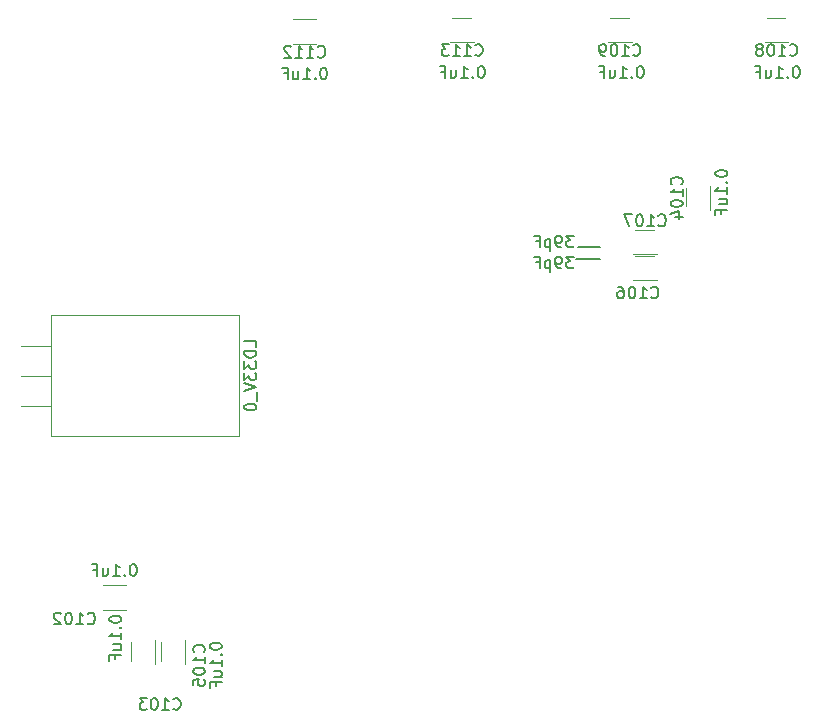
<source format=gbr>
G04 #@! TF.GenerationSoftware,KiCad,Pcbnew,(5.0.0)*
G04 #@! TF.CreationDate,2018-07-30T01:13:16-07:00*
G04 #@! TF.ProjectId,LPC1114_LED_Cube,4C5043313131345F4C45445F43756265,rev?*
G04 #@! TF.SameCoordinates,Original*
G04 #@! TF.FileFunction,Legend,Bot*
G04 #@! TF.FilePolarity,Positive*
%FSLAX46Y46*%
G04 Gerber Fmt 4.6, Leading zero omitted, Abs format (unit mm)*
G04 Created by KiCad (PCBNEW (5.0.0)) date 07/30/18 01:13:16*
%MOMM*%
%LPD*%
G01*
G04 APERTURE LIST*
%ADD10C,0.200000*%
%ADD11C,0.120000*%
%ADD12C,0.150000*%
%ADD13O,2.100000X2.100000*%
%ADD14R,2.100000X2.100000*%
%ADD15C,2.100000*%
%ADD16R,2.000000X2.000000*%
%ADD17C,2.000000*%
%ADD18R,2.400000X2.000000*%
%ADD19R,2.000000X2.400000*%
%ADD20O,3.900000X3.900000*%
%ADD21R,2.200000X2.200000*%
%ADD22O,2.200000X2.200000*%
%ADD23R,3.900000X3.900000*%
%ADD24R,1.400000X1.400000*%
%ADD25O,1.400000X1.400000*%
%ADD26C,1.920000*%
%ADD27C,3.100000*%
%ADD28C,1.900000*%
%ADD29C,1.797000*%
%ADD30O,2.000000X2.000000*%
G04 APERTURE END LIST*
D10*
X152273000Y-105029000D02*
X154305000Y-105029000D01*
X152400000Y-104013000D02*
X154305000Y-104013000D01*
X164044380Y-97798142D02*
X164044380Y-97893380D01*
X164092000Y-97988619D01*
X164139619Y-98036238D01*
X164234857Y-98083857D01*
X164425333Y-98131476D01*
X164663428Y-98131476D01*
X164853904Y-98083857D01*
X164949142Y-98036238D01*
X164996761Y-97988619D01*
X165044380Y-97893380D01*
X165044380Y-97798142D01*
X164996761Y-97702904D01*
X164949142Y-97655285D01*
X164853904Y-97607666D01*
X164663428Y-97560047D01*
X164425333Y-97560047D01*
X164234857Y-97607666D01*
X164139619Y-97655285D01*
X164092000Y-97702904D01*
X164044380Y-97798142D01*
X164949142Y-98560047D02*
X164996761Y-98607666D01*
X165044380Y-98560047D01*
X164996761Y-98512428D01*
X164949142Y-98560047D01*
X165044380Y-98560047D01*
X165044380Y-99560047D02*
X165044380Y-98988619D01*
X165044380Y-99274333D02*
X164044380Y-99274333D01*
X164187238Y-99179095D01*
X164282476Y-99083857D01*
X164330095Y-98988619D01*
X164377714Y-100417190D02*
X165044380Y-100417190D01*
X164377714Y-99988619D02*
X164901523Y-99988619D01*
X164996761Y-100036238D01*
X165044380Y-100131476D01*
X165044380Y-100274333D01*
X164996761Y-100369571D01*
X164949142Y-100417190D01*
X164520571Y-101226714D02*
X164520571Y-100893380D01*
X165044380Y-100893380D02*
X164044380Y-100893380D01*
X164044380Y-101369571D01*
X152058476Y-103084380D02*
X151439428Y-103084380D01*
X151772761Y-103465333D01*
X151629904Y-103465333D01*
X151534666Y-103512952D01*
X151487047Y-103560571D01*
X151439428Y-103655809D01*
X151439428Y-103893904D01*
X151487047Y-103989142D01*
X151534666Y-104036761D01*
X151629904Y-104084380D01*
X151915619Y-104084380D01*
X152010857Y-104036761D01*
X152058476Y-103989142D01*
X150963238Y-104084380D02*
X150772761Y-104084380D01*
X150677523Y-104036761D01*
X150629904Y-103989142D01*
X150534666Y-103846285D01*
X150487047Y-103655809D01*
X150487047Y-103274857D01*
X150534666Y-103179619D01*
X150582285Y-103132000D01*
X150677523Y-103084380D01*
X150868000Y-103084380D01*
X150963238Y-103132000D01*
X151010857Y-103179619D01*
X151058476Y-103274857D01*
X151058476Y-103512952D01*
X151010857Y-103608190D01*
X150963238Y-103655809D01*
X150868000Y-103703428D01*
X150677523Y-103703428D01*
X150582285Y-103655809D01*
X150534666Y-103608190D01*
X150487047Y-103512952D01*
X150058476Y-103417714D02*
X150058476Y-104417714D01*
X150058476Y-103465333D02*
X149963238Y-103417714D01*
X149772761Y-103417714D01*
X149677523Y-103465333D01*
X149629904Y-103512952D01*
X149582285Y-103608190D01*
X149582285Y-103893904D01*
X149629904Y-103989142D01*
X149677523Y-104036761D01*
X149772761Y-104084380D01*
X149963238Y-104084380D01*
X150058476Y-104036761D01*
X148820380Y-103560571D02*
X149153714Y-103560571D01*
X149153714Y-104084380D02*
X149153714Y-103084380D01*
X148677523Y-103084380D01*
X152058476Y-104862380D02*
X151439428Y-104862380D01*
X151772761Y-105243333D01*
X151629904Y-105243333D01*
X151534666Y-105290952D01*
X151487047Y-105338571D01*
X151439428Y-105433809D01*
X151439428Y-105671904D01*
X151487047Y-105767142D01*
X151534666Y-105814761D01*
X151629904Y-105862380D01*
X151915619Y-105862380D01*
X152010857Y-105814761D01*
X152058476Y-105767142D01*
X150963238Y-105862380D02*
X150772761Y-105862380D01*
X150677523Y-105814761D01*
X150629904Y-105767142D01*
X150534666Y-105624285D01*
X150487047Y-105433809D01*
X150487047Y-105052857D01*
X150534666Y-104957619D01*
X150582285Y-104910000D01*
X150677523Y-104862380D01*
X150868000Y-104862380D01*
X150963238Y-104910000D01*
X151010857Y-104957619D01*
X151058476Y-105052857D01*
X151058476Y-105290952D01*
X151010857Y-105386190D01*
X150963238Y-105433809D01*
X150868000Y-105481428D01*
X150677523Y-105481428D01*
X150582285Y-105433809D01*
X150534666Y-105386190D01*
X150487047Y-105290952D01*
X150058476Y-105195714D02*
X150058476Y-106195714D01*
X150058476Y-105243333D02*
X149963238Y-105195714D01*
X149772761Y-105195714D01*
X149677523Y-105243333D01*
X149629904Y-105290952D01*
X149582285Y-105386190D01*
X149582285Y-105671904D01*
X149629904Y-105767142D01*
X149677523Y-105814761D01*
X149772761Y-105862380D01*
X149963238Y-105862380D01*
X150058476Y-105814761D01*
X148820380Y-105338571D02*
X149153714Y-105338571D01*
X149153714Y-105862380D02*
X149153714Y-104862380D01*
X148677523Y-104862380D01*
X112736380Y-135517142D02*
X112736380Y-135612380D01*
X112784000Y-135707619D01*
X112831619Y-135755238D01*
X112926857Y-135802857D01*
X113117333Y-135850476D01*
X113355428Y-135850476D01*
X113545904Y-135802857D01*
X113641142Y-135755238D01*
X113688761Y-135707619D01*
X113736380Y-135612380D01*
X113736380Y-135517142D01*
X113688761Y-135421904D01*
X113641142Y-135374285D01*
X113545904Y-135326666D01*
X113355428Y-135279047D01*
X113117333Y-135279047D01*
X112926857Y-135326666D01*
X112831619Y-135374285D01*
X112784000Y-135421904D01*
X112736380Y-135517142D01*
X113641142Y-136279047D02*
X113688761Y-136326666D01*
X113736380Y-136279047D01*
X113688761Y-136231428D01*
X113641142Y-136279047D01*
X113736380Y-136279047D01*
X113736380Y-137279047D02*
X113736380Y-136707619D01*
X113736380Y-136993333D02*
X112736380Y-136993333D01*
X112879238Y-136898095D01*
X112974476Y-136802857D01*
X113022095Y-136707619D01*
X113069714Y-138136190D02*
X113736380Y-138136190D01*
X113069714Y-137707619D02*
X113593523Y-137707619D01*
X113688761Y-137755238D01*
X113736380Y-137850476D01*
X113736380Y-137993333D01*
X113688761Y-138088571D01*
X113641142Y-138136190D01*
X113212571Y-138945714D02*
X113212571Y-138612380D01*
X113736380Y-138612380D02*
X112736380Y-138612380D01*
X112736380Y-139088571D01*
X114799857Y-130897380D02*
X114704619Y-130897380D01*
X114609380Y-130945000D01*
X114561761Y-130992619D01*
X114514142Y-131087857D01*
X114466523Y-131278333D01*
X114466523Y-131516428D01*
X114514142Y-131706904D01*
X114561761Y-131802142D01*
X114609380Y-131849761D01*
X114704619Y-131897380D01*
X114799857Y-131897380D01*
X114895095Y-131849761D01*
X114942714Y-131802142D01*
X114990333Y-131706904D01*
X115037952Y-131516428D01*
X115037952Y-131278333D01*
X114990333Y-131087857D01*
X114942714Y-130992619D01*
X114895095Y-130945000D01*
X114799857Y-130897380D01*
X114037952Y-131802142D02*
X113990333Y-131849761D01*
X114037952Y-131897380D01*
X114085571Y-131849761D01*
X114037952Y-131802142D01*
X114037952Y-131897380D01*
X113037952Y-131897380D02*
X113609380Y-131897380D01*
X113323666Y-131897380D02*
X113323666Y-130897380D01*
X113418904Y-131040238D01*
X113514142Y-131135476D01*
X113609380Y-131183095D01*
X112180809Y-131230714D02*
X112180809Y-131897380D01*
X112609380Y-131230714D02*
X112609380Y-131754523D01*
X112561761Y-131849761D01*
X112466523Y-131897380D01*
X112323666Y-131897380D01*
X112228428Y-131849761D01*
X112180809Y-131802142D01*
X111371285Y-131373571D02*
X111704619Y-131373571D01*
X111704619Y-131897380D02*
X111704619Y-130897380D01*
X111228428Y-130897380D01*
X121245380Y-137803142D02*
X121245380Y-137898380D01*
X121293000Y-137993619D01*
X121340619Y-138041238D01*
X121435857Y-138088857D01*
X121626333Y-138136476D01*
X121864428Y-138136476D01*
X122054904Y-138088857D01*
X122150142Y-138041238D01*
X122197761Y-137993619D01*
X122245380Y-137898380D01*
X122245380Y-137803142D01*
X122197761Y-137707904D01*
X122150142Y-137660285D01*
X122054904Y-137612666D01*
X121864428Y-137565047D01*
X121626333Y-137565047D01*
X121435857Y-137612666D01*
X121340619Y-137660285D01*
X121293000Y-137707904D01*
X121245380Y-137803142D01*
X122150142Y-138565047D02*
X122197761Y-138612666D01*
X122245380Y-138565047D01*
X122197761Y-138517428D01*
X122150142Y-138565047D01*
X122245380Y-138565047D01*
X122245380Y-139565047D02*
X122245380Y-138993619D01*
X122245380Y-139279333D02*
X121245380Y-139279333D01*
X121388238Y-139184095D01*
X121483476Y-139088857D01*
X121531095Y-138993619D01*
X121578714Y-140422190D02*
X122245380Y-140422190D01*
X121578714Y-139993619D02*
X122102523Y-139993619D01*
X122197761Y-140041238D01*
X122245380Y-140136476D01*
X122245380Y-140279333D01*
X122197761Y-140374571D01*
X122150142Y-140422190D01*
X121721571Y-141231714D02*
X121721571Y-140898380D01*
X122245380Y-140898380D02*
X121245380Y-140898380D01*
X121245380Y-141374571D01*
X170933857Y-88733380D02*
X170838619Y-88733380D01*
X170743380Y-88781000D01*
X170695761Y-88828619D01*
X170648142Y-88923857D01*
X170600523Y-89114333D01*
X170600523Y-89352428D01*
X170648142Y-89542904D01*
X170695761Y-89638142D01*
X170743380Y-89685761D01*
X170838619Y-89733380D01*
X170933857Y-89733380D01*
X171029095Y-89685761D01*
X171076714Y-89638142D01*
X171124333Y-89542904D01*
X171171952Y-89352428D01*
X171171952Y-89114333D01*
X171124333Y-88923857D01*
X171076714Y-88828619D01*
X171029095Y-88781000D01*
X170933857Y-88733380D01*
X170171952Y-89638142D02*
X170124333Y-89685761D01*
X170171952Y-89733380D01*
X170219571Y-89685761D01*
X170171952Y-89638142D01*
X170171952Y-89733380D01*
X169171952Y-89733380D02*
X169743380Y-89733380D01*
X169457666Y-89733380D02*
X169457666Y-88733380D01*
X169552904Y-88876238D01*
X169648142Y-88971476D01*
X169743380Y-89019095D01*
X168314809Y-89066714D02*
X168314809Y-89733380D01*
X168743380Y-89066714D02*
X168743380Y-89590523D01*
X168695761Y-89685761D01*
X168600523Y-89733380D01*
X168457666Y-89733380D01*
X168362428Y-89685761D01*
X168314809Y-89638142D01*
X167505285Y-89209571D02*
X167838619Y-89209571D01*
X167838619Y-89733380D02*
X167838619Y-88733380D01*
X167362428Y-88733380D01*
X157725857Y-88733380D02*
X157630619Y-88733380D01*
X157535380Y-88781000D01*
X157487761Y-88828619D01*
X157440142Y-88923857D01*
X157392523Y-89114333D01*
X157392523Y-89352428D01*
X157440142Y-89542904D01*
X157487761Y-89638142D01*
X157535380Y-89685761D01*
X157630619Y-89733380D01*
X157725857Y-89733380D01*
X157821095Y-89685761D01*
X157868714Y-89638142D01*
X157916333Y-89542904D01*
X157963952Y-89352428D01*
X157963952Y-89114333D01*
X157916333Y-88923857D01*
X157868714Y-88828619D01*
X157821095Y-88781000D01*
X157725857Y-88733380D01*
X156963952Y-89638142D02*
X156916333Y-89685761D01*
X156963952Y-89733380D01*
X157011571Y-89685761D01*
X156963952Y-89638142D01*
X156963952Y-89733380D01*
X155963952Y-89733380D02*
X156535380Y-89733380D01*
X156249666Y-89733380D02*
X156249666Y-88733380D01*
X156344904Y-88876238D01*
X156440142Y-88971476D01*
X156535380Y-89019095D01*
X155106809Y-89066714D02*
X155106809Y-89733380D01*
X155535380Y-89066714D02*
X155535380Y-89590523D01*
X155487761Y-89685761D01*
X155392523Y-89733380D01*
X155249666Y-89733380D01*
X155154428Y-89685761D01*
X155106809Y-89638142D01*
X154297285Y-89209571D02*
X154630619Y-89209571D01*
X154630619Y-89733380D02*
X154630619Y-88733380D01*
X154154428Y-88733380D01*
X144263857Y-88733380D02*
X144168619Y-88733380D01*
X144073380Y-88781000D01*
X144025761Y-88828619D01*
X143978142Y-88923857D01*
X143930523Y-89114333D01*
X143930523Y-89352428D01*
X143978142Y-89542904D01*
X144025761Y-89638142D01*
X144073380Y-89685761D01*
X144168619Y-89733380D01*
X144263857Y-89733380D01*
X144359095Y-89685761D01*
X144406714Y-89638142D01*
X144454333Y-89542904D01*
X144501952Y-89352428D01*
X144501952Y-89114333D01*
X144454333Y-88923857D01*
X144406714Y-88828619D01*
X144359095Y-88781000D01*
X144263857Y-88733380D01*
X143501952Y-89638142D02*
X143454333Y-89685761D01*
X143501952Y-89733380D01*
X143549571Y-89685761D01*
X143501952Y-89638142D01*
X143501952Y-89733380D01*
X142501952Y-89733380D02*
X143073380Y-89733380D01*
X142787666Y-89733380D02*
X142787666Y-88733380D01*
X142882904Y-88876238D01*
X142978142Y-88971476D01*
X143073380Y-89019095D01*
X141644809Y-89066714D02*
X141644809Y-89733380D01*
X142073380Y-89066714D02*
X142073380Y-89590523D01*
X142025761Y-89685761D01*
X141930523Y-89733380D01*
X141787666Y-89733380D01*
X141692428Y-89685761D01*
X141644809Y-89638142D01*
X140835285Y-89209571D02*
X141168619Y-89209571D01*
X141168619Y-89733380D02*
X141168619Y-88733380D01*
X140692428Y-88733380D01*
X130928857Y-88860380D02*
X130833619Y-88860380D01*
X130738380Y-88908000D01*
X130690761Y-88955619D01*
X130643142Y-89050857D01*
X130595523Y-89241333D01*
X130595523Y-89479428D01*
X130643142Y-89669904D01*
X130690761Y-89765142D01*
X130738380Y-89812761D01*
X130833619Y-89860380D01*
X130928857Y-89860380D01*
X131024095Y-89812761D01*
X131071714Y-89765142D01*
X131119333Y-89669904D01*
X131166952Y-89479428D01*
X131166952Y-89241333D01*
X131119333Y-89050857D01*
X131071714Y-88955619D01*
X131024095Y-88908000D01*
X130928857Y-88860380D01*
X130166952Y-89765142D02*
X130119333Y-89812761D01*
X130166952Y-89860380D01*
X130214571Y-89812761D01*
X130166952Y-89765142D01*
X130166952Y-89860380D01*
X129166952Y-89860380D02*
X129738380Y-89860380D01*
X129452666Y-89860380D02*
X129452666Y-88860380D01*
X129547904Y-89003238D01*
X129643142Y-89098476D01*
X129738380Y-89146095D01*
X128309809Y-89193714D02*
X128309809Y-89860380D01*
X128738380Y-89193714D02*
X128738380Y-89717523D01*
X128690761Y-89812761D01*
X128595523Y-89860380D01*
X128452666Y-89860380D01*
X128357428Y-89812761D01*
X128309809Y-89765142D01*
X127500285Y-89336571D02*
X127833619Y-89336571D01*
X127833619Y-89860380D02*
X127833619Y-88860380D01*
X127357428Y-88860380D01*
D11*
G04 #@! TO.C,C102*
X114157000Y-134751000D02*
X112157000Y-134751000D01*
X112157000Y-132711000D02*
X114157000Y-132711000D01*
G04 #@! TO.C,C103*
X116590000Y-137335000D02*
X116590000Y-139335000D01*
X114550000Y-139335000D02*
X114550000Y-137335000D01*
G04 #@! TO.C,C104*
X161540000Y-100881787D02*
X161540000Y-98881787D01*
X163580000Y-98881787D02*
X163580000Y-100881787D01*
G04 #@! TO.C,C105*
X119130000Y-137335000D02*
X119130000Y-139335000D01*
X117090000Y-139335000D02*
X117090000Y-137335000D01*
G04 #@! TO.C,C106*
X159076464Y-106838787D02*
X157076464Y-106838787D01*
X157076464Y-104798787D02*
X159076464Y-104798787D01*
G04 #@! TO.C,C107*
X159076464Y-104679787D02*
X157076464Y-104679787D01*
X157076464Y-102639787D02*
X159076464Y-102639787D01*
G04 #@! TO.C,C108*
X170233277Y-86702081D02*
X168233277Y-86702081D01*
X168233277Y-84662081D02*
X170233277Y-84662081D01*
G04 #@! TO.C,C109*
X156962277Y-86702081D02*
X154962277Y-86702081D01*
X154962277Y-84662081D02*
X156962277Y-84662081D01*
G04 #@! TO.C,C112*
X130260277Y-86829081D02*
X128260277Y-86829081D01*
X128260277Y-84789081D02*
X130260277Y-84789081D01*
G04 #@! TO.C,C113*
X143595277Y-86702081D02*
X141595277Y-86702081D01*
X141595277Y-84662081D02*
X143595277Y-84662081D01*
G04 #@! TO.C,LD33V_0*
X107830000Y-120055000D02*
X107830000Y-109815000D01*
X123720000Y-120055000D02*
X123720000Y-109815000D01*
X123720000Y-120055000D02*
X107830000Y-120055000D01*
X123720000Y-109815000D02*
X107830000Y-109815000D01*
X107830000Y-117475000D02*
X105190000Y-117475000D01*
X107830000Y-114935000D02*
X105206000Y-114935000D01*
X107830000Y-112395000D02*
X105206000Y-112395000D01*
G04 #@! TO.C,C102*
D12*
X110895307Y-135919482D02*
X110942926Y-135967101D01*
X111085783Y-136014720D01*
X111181021Y-136014720D01*
X111323879Y-135967101D01*
X111419117Y-135871863D01*
X111466736Y-135776625D01*
X111514355Y-135586149D01*
X111514355Y-135443292D01*
X111466736Y-135252816D01*
X111419117Y-135157578D01*
X111323879Y-135062340D01*
X111181021Y-135014720D01*
X111085783Y-135014720D01*
X110942926Y-135062340D01*
X110895307Y-135109959D01*
X109942926Y-136014720D02*
X110514355Y-136014720D01*
X110228640Y-136014720D02*
X110228640Y-135014720D01*
X110323879Y-135157578D01*
X110419117Y-135252816D01*
X110514355Y-135300435D01*
X109323879Y-135014720D02*
X109228640Y-135014720D01*
X109133402Y-135062340D01*
X109085783Y-135109959D01*
X109038164Y-135205197D01*
X108990545Y-135395673D01*
X108990545Y-135633768D01*
X109038164Y-135824244D01*
X109085783Y-135919482D01*
X109133402Y-135967101D01*
X109228640Y-136014720D01*
X109323879Y-136014720D01*
X109419117Y-135967101D01*
X109466736Y-135919482D01*
X109514355Y-135824244D01*
X109561974Y-135633768D01*
X109561974Y-135395673D01*
X109514355Y-135205197D01*
X109466736Y-135109959D01*
X109419117Y-135062340D01*
X109323879Y-135014720D01*
X108609593Y-135109959D02*
X108561974Y-135062340D01*
X108466736Y-135014720D01*
X108228640Y-135014720D01*
X108133402Y-135062340D01*
X108085783Y-135109959D01*
X108038164Y-135205197D01*
X108038164Y-135300435D01*
X108085783Y-135443292D01*
X108657212Y-136014720D01*
X108038164Y-136014720D01*
G04 #@! TO.C,C103*
X118147007Y-143140702D02*
X118194626Y-143188321D01*
X118337483Y-143235940D01*
X118432721Y-143235940D01*
X118575579Y-143188321D01*
X118670817Y-143093083D01*
X118718436Y-142997845D01*
X118766055Y-142807369D01*
X118766055Y-142664512D01*
X118718436Y-142474036D01*
X118670817Y-142378798D01*
X118575579Y-142283560D01*
X118432721Y-142235940D01*
X118337483Y-142235940D01*
X118194626Y-142283560D01*
X118147007Y-142331179D01*
X117194626Y-143235940D02*
X117766055Y-143235940D01*
X117480340Y-143235940D02*
X117480340Y-142235940D01*
X117575579Y-142378798D01*
X117670817Y-142474036D01*
X117766055Y-142521655D01*
X116575579Y-142235940D02*
X116480340Y-142235940D01*
X116385102Y-142283560D01*
X116337483Y-142331179D01*
X116289864Y-142426417D01*
X116242245Y-142616893D01*
X116242245Y-142854988D01*
X116289864Y-143045464D01*
X116337483Y-143140702D01*
X116385102Y-143188321D01*
X116480340Y-143235940D01*
X116575579Y-143235940D01*
X116670817Y-143188321D01*
X116718436Y-143140702D01*
X116766055Y-143045464D01*
X116813674Y-142854988D01*
X116813674Y-142616893D01*
X116766055Y-142426417D01*
X116718436Y-142331179D01*
X116670817Y-142283560D01*
X116575579Y-142235940D01*
X115908912Y-142235940D02*
X115289864Y-142235940D01*
X115623198Y-142616893D01*
X115480340Y-142616893D01*
X115385102Y-142664512D01*
X115337483Y-142712131D01*
X115289864Y-142807369D01*
X115289864Y-143045464D01*
X115337483Y-143140702D01*
X115385102Y-143188321D01*
X115480340Y-143235940D01*
X115766055Y-143235940D01*
X115861293Y-143188321D01*
X115908912Y-143140702D01*
G04 #@! TO.C,C104*
X161167142Y-98762739D02*
X161214761Y-98715120D01*
X161262380Y-98572263D01*
X161262380Y-98477025D01*
X161214761Y-98334167D01*
X161119523Y-98238929D01*
X161024285Y-98191310D01*
X160833809Y-98143691D01*
X160690952Y-98143691D01*
X160500476Y-98191310D01*
X160405238Y-98238929D01*
X160310000Y-98334167D01*
X160262380Y-98477025D01*
X160262380Y-98572263D01*
X160310000Y-98715120D01*
X160357619Y-98762739D01*
X161262380Y-99715120D02*
X161262380Y-99143691D01*
X161262380Y-99429406D02*
X160262380Y-99429406D01*
X160405238Y-99334167D01*
X160500476Y-99238929D01*
X160548095Y-99143691D01*
X160262380Y-100334167D02*
X160262380Y-100429406D01*
X160310000Y-100524644D01*
X160357619Y-100572263D01*
X160452857Y-100619882D01*
X160643333Y-100667501D01*
X160881428Y-100667501D01*
X161071904Y-100619882D01*
X161167142Y-100572263D01*
X161214761Y-100524644D01*
X161262380Y-100429406D01*
X161262380Y-100334167D01*
X161214761Y-100238929D01*
X161167142Y-100191310D01*
X161071904Y-100143691D01*
X160881428Y-100096072D01*
X160643333Y-100096072D01*
X160452857Y-100143691D01*
X160357619Y-100191310D01*
X160310000Y-100238929D01*
X160262380Y-100334167D01*
X160595714Y-101524644D02*
X161262380Y-101524644D01*
X160214761Y-101286548D02*
X160929047Y-101048453D01*
X160929047Y-101667501D01*
G04 #@! TO.C,C105*
X120725202Y-138352352D02*
X120772821Y-138304733D01*
X120820440Y-138161876D01*
X120820440Y-138066638D01*
X120772821Y-137923780D01*
X120677583Y-137828542D01*
X120582345Y-137780923D01*
X120391869Y-137733304D01*
X120249012Y-137733304D01*
X120058536Y-137780923D01*
X119963298Y-137828542D01*
X119868060Y-137923780D01*
X119820440Y-138066638D01*
X119820440Y-138161876D01*
X119868060Y-138304733D01*
X119915679Y-138352352D01*
X120820440Y-139304733D02*
X120820440Y-138733304D01*
X120820440Y-139019019D02*
X119820440Y-139019019D01*
X119963298Y-138923780D01*
X120058536Y-138828542D01*
X120106155Y-138733304D01*
X119820440Y-139923780D02*
X119820440Y-140019019D01*
X119868060Y-140114257D01*
X119915679Y-140161876D01*
X120010917Y-140209495D01*
X120201393Y-140257114D01*
X120439488Y-140257114D01*
X120629964Y-140209495D01*
X120725202Y-140161876D01*
X120772821Y-140114257D01*
X120820440Y-140019019D01*
X120820440Y-139923780D01*
X120772821Y-139828542D01*
X120725202Y-139780923D01*
X120629964Y-139733304D01*
X120439488Y-139685685D01*
X120201393Y-139685685D01*
X120010917Y-139733304D01*
X119915679Y-139780923D01*
X119868060Y-139828542D01*
X119820440Y-139923780D01*
X119820440Y-141161876D02*
X119820440Y-140685685D01*
X120296631Y-140638066D01*
X120249012Y-140685685D01*
X120201393Y-140780923D01*
X120201393Y-141019019D01*
X120249012Y-141114257D01*
X120296631Y-141161876D01*
X120391869Y-141209495D01*
X120629964Y-141209495D01*
X120725202Y-141161876D01*
X120772821Y-141114257D01*
X120820440Y-141019019D01*
X120820440Y-140780923D01*
X120772821Y-140685685D01*
X120725202Y-140638066D01*
G04 #@! TO.C,C106*
X158593967Y-108307142D02*
X158641586Y-108354761D01*
X158784443Y-108402380D01*
X158879681Y-108402380D01*
X159022539Y-108354761D01*
X159117777Y-108259523D01*
X159165396Y-108164285D01*
X159213015Y-107973809D01*
X159213015Y-107830952D01*
X159165396Y-107640476D01*
X159117777Y-107545238D01*
X159022539Y-107450000D01*
X158879681Y-107402380D01*
X158784443Y-107402380D01*
X158641586Y-107450000D01*
X158593967Y-107497619D01*
X157641586Y-108402380D02*
X158213015Y-108402380D01*
X157927300Y-108402380D02*
X157927300Y-107402380D01*
X158022539Y-107545238D01*
X158117777Y-107640476D01*
X158213015Y-107688095D01*
X157022539Y-107402380D02*
X156927300Y-107402380D01*
X156832062Y-107450000D01*
X156784443Y-107497619D01*
X156736824Y-107592857D01*
X156689205Y-107783333D01*
X156689205Y-108021428D01*
X156736824Y-108211904D01*
X156784443Y-108307142D01*
X156832062Y-108354761D01*
X156927300Y-108402380D01*
X157022539Y-108402380D01*
X157117777Y-108354761D01*
X157165396Y-108307142D01*
X157213015Y-108211904D01*
X157260634Y-108021428D01*
X157260634Y-107783333D01*
X157213015Y-107592857D01*
X157165396Y-107497619D01*
X157117777Y-107450000D01*
X157022539Y-107402380D01*
X155832062Y-107402380D02*
X156022539Y-107402380D01*
X156117777Y-107450000D01*
X156165396Y-107497619D01*
X156260634Y-107640476D01*
X156308253Y-107830952D01*
X156308253Y-108211904D01*
X156260634Y-108307142D01*
X156213015Y-108354761D01*
X156117777Y-108402380D01*
X155927300Y-108402380D01*
X155832062Y-108354761D01*
X155784443Y-108307142D01*
X155736824Y-108211904D01*
X155736824Y-107973809D01*
X155784443Y-107878571D01*
X155832062Y-107830952D01*
X155927300Y-107783333D01*
X156117777Y-107783333D01*
X156213015Y-107830952D01*
X156260634Y-107878571D01*
X156308253Y-107973809D01*
G04 #@! TO.C,C107*
X159226427Y-102203522D02*
X159274046Y-102251141D01*
X159416903Y-102298760D01*
X159512141Y-102298760D01*
X159654999Y-102251141D01*
X159750237Y-102155903D01*
X159797856Y-102060665D01*
X159845475Y-101870189D01*
X159845475Y-101727332D01*
X159797856Y-101536856D01*
X159750237Y-101441618D01*
X159654999Y-101346380D01*
X159512141Y-101298760D01*
X159416903Y-101298760D01*
X159274046Y-101346380D01*
X159226427Y-101393999D01*
X158274046Y-102298760D02*
X158845475Y-102298760D01*
X158559760Y-102298760D02*
X158559760Y-101298760D01*
X158654999Y-101441618D01*
X158750237Y-101536856D01*
X158845475Y-101584475D01*
X157654999Y-101298760D02*
X157559760Y-101298760D01*
X157464522Y-101346380D01*
X157416903Y-101393999D01*
X157369284Y-101489237D01*
X157321665Y-101679713D01*
X157321665Y-101917808D01*
X157369284Y-102108284D01*
X157416903Y-102203522D01*
X157464522Y-102251141D01*
X157559760Y-102298760D01*
X157654999Y-102298760D01*
X157750237Y-102251141D01*
X157797856Y-102203522D01*
X157845475Y-102108284D01*
X157893094Y-101917808D01*
X157893094Y-101679713D01*
X157845475Y-101489237D01*
X157797856Y-101393999D01*
X157750237Y-101346380D01*
X157654999Y-101298760D01*
X156988332Y-101298760D02*
X156321665Y-101298760D01*
X156750237Y-102298760D01*
G04 #@! TO.C,C108*
X170352324Y-87789223D02*
X170399943Y-87836842D01*
X170542800Y-87884461D01*
X170638038Y-87884461D01*
X170780896Y-87836842D01*
X170876134Y-87741604D01*
X170923753Y-87646366D01*
X170971372Y-87455890D01*
X170971372Y-87313033D01*
X170923753Y-87122557D01*
X170876134Y-87027319D01*
X170780896Y-86932081D01*
X170638038Y-86884461D01*
X170542800Y-86884461D01*
X170399943Y-86932081D01*
X170352324Y-86979700D01*
X169399943Y-87884461D02*
X169971372Y-87884461D01*
X169685657Y-87884461D02*
X169685657Y-86884461D01*
X169780896Y-87027319D01*
X169876134Y-87122557D01*
X169971372Y-87170176D01*
X168780896Y-86884461D02*
X168685657Y-86884461D01*
X168590419Y-86932081D01*
X168542800Y-86979700D01*
X168495181Y-87074938D01*
X168447562Y-87265414D01*
X168447562Y-87503509D01*
X168495181Y-87693985D01*
X168542800Y-87789223D01*
X168590419Y-87836842D01*
X168685657Y-87884461D01*
X168780896Y-87884461D01*
X168876134Y-87836842D01*
X168923753Y-87789223D01*
X168971372Y-87693985D01*
X169018991Y-87503509D01*
X169018991Y-87265414D01*
X168971372Y-87074938D01*
X168923753Y-86979700D01*
X168876134Y-86932081D01*
X168780896Y-86884461D01*
X167876134Y-87313033D02*
X167971372Y-87265414D01*
X168018991Y-87217795D01*
X168066610Y-87122557D01*
X168066610Y-87074938D01*
X168018991Y-86979700D01*
X167971372Y-86932081D01*
X167876134Y-86884461D01*
X167685657Y-86884461D01*
X167590419Y-86932081D01*
X167542800Y-86979700D01*
X167495181Y-87074938D01*
X167495181Y-87122557D01*
X167542800Y-87217795D01*
X167590419Y-87265414D01*
X167685657Y-87313033D01*
X167876134Y-87313033D01*
X167971372Y-87360652D01*
X168018991Y-87408271D01*
X168066610Y-87503509D01*
X168066610Y-87693985D01*
X168018991Y-87789223D01*
X167971372Y-87836842D01*
X167876134Y-87884461D01*
X167685657Y-87884461D01*
X167590419Y-87836842D01*
X167542800Y-87789223D01*
X167495181Y-87693985D01*
X167495181Y-87503509D01*
X167542800Y-87408271D01*
X167590419Y-87360652D01*
X167685657Y-87313033D01*
G04 #@! TO.C,C109*
X157081324Y-87789223D02*
X157128943Y-87836842D01*
X157271800Y-87884461D01*
X157367038Y-87884461D01*
X157509896Y-87836842D01*
X157605134Y-87741604D01*
X157652753Y-87646366D01*
X157700372Y-87455890D01*
X157700372Y-87313033D01*
X157652753Y-87122557D01*
X157605134Y-87027319D01*
X157509896Y-86932081D01*
X157367038Y-86884461D01*
X157271800Y-86884461D01*
X157128943Y-86932081D01*
X157081324Y-86979700D01*
X156128943Y-87884461D02*
X156700372Y-87884461D01*
X156414657Y-87884461D02*
X156414657Y-86884461D01*
X156509896Y-87027319D01*
X156605134Y-87122557D01*
X156700372Y-87170176D01*
X155509896Y-86884461D02*
X155414657Y-86884461D01*
X155319419Y-86932081D01*
X155271800Y-86979700D01*
X155224181Y-87074938D01*
X155176562Y-87265414D01*
X155176562Y-87503509D01*
X155224181Y-87693985D01*
X155271800Y-87789223D01*
X155319419Y-87836842D01*
X155414657Y-87884461D01*
X155509896Y-87884461D01*
X155605134Y-87836842D01*
X155652753Y-87789223D01*
X155700372Y-87693985D01*
X155747991Y-87503509D01*
X155747991Y-87265414D01*
X155700372Y-87074938D01*
X155652753Y-86979700D01*
X155605134Y-86932081D01*
X155509896Y-86884461D01*
X154700372Y-87884461D02*
X154509896Y-87884461D01*
X154414657Y-87836842D01*
X154367038Y-87789223D01*
X154271800Y-87646366D01*
X154224181Y-87455890D01*
X154224181Y-87074938D01*
X154271800Y-86979700D01*
X154319419Y-86932081D01*
X154414657Y-86884461D01*
X154605134Y-86884461D01*
X154700372Y-86932081D01*
X154747991Y-86979700D01*
X154795610Y-87074938D01*
X154795610Y-87313033D01*
X154747991Y-87408271D01*
X154700372Y-87455890D01*
X154605134Y-87503509D01*
X154414657Y-87503509D01*
X154319419Y-87455890D01*
X154271800Y-87408271D01*
X154224181Y-87313033D01*
G04 #@! TO.C,C112*
X130379324Y-87916223D02*
X130426943Y-87963842D01*
X130569800Y-88011461D01*
X130665038Y-88011461D01*
X130807896Y-87963842D01*
X130903134Y-87868604D01*
X130950753Y-87773366D01*
X130998372Y-87582890D01*
X130998372Y-87440033D01*
X130950753Y-87249557D01*
X130903134Y-87154319D01*
X130807896Y-87059081D01*
X130665038Y-87011461D01*
X130569800Y-87011461D01*
X130426943Y-87059081D01*
X130379324Y-87106700D01*
X129426943Y-88011461D02*
X129998372Y-88011461D01*
X129712657Y-88011461D02*
X129712657Y-87011461D01*
X129807896Y-87154319D01*
X129903134Y-87249557D01*
X129998372Y-87297176D01*
X128474562Y-88011461D02*
X129045991Y-88011461D01*
X128760277Y-88011461D02*
X128760277Y-87011461D01*
X128855515Y-87154319D01*
X128950753Y-87249557D01*
X129045991Y-87297176D01*
X128093610Y-87106700D02*
X128045991Y-87059081D01*
X127950753Y-87011461D01*
X127712657Y-87011461D01*
X127617419Y-87059081D01*
X127569800Y-87106700D01*
X127522181Y-87201938D01*
X127522181Y-87297176D01*
X127569800Y-87440033D01*
X128141229Y-88011461D01*
X127522181Y-88011461D01*
G04 #@! TO.C,C113*
X143714324Y-87789223D02*
X143761943Y-87836842D01*
X143904800Y-87884461D01*
X144000038Y-87884461D01*
X144142896Y-87836842D01*
X144238134Y-87741604D01*
X144285753Y-87646366D01*
X144333372Y-87455890D01*
X144333372Y-87313033D01*
X144285753Y-87122557D01*
X144238134Y-87027319D01*
X144142896Y-86932081D01*
X144000038Y-86884461D01*
X143904800Y-86884461D01*
X143761943Y-86932081D01*
X143714324Y-86979700D01*
X142761943Y-87884461D02*
X143333372Y-87884461D01*
X143047657Y-87884461D02*
X143047657Y-86884461D01*
X143142896Y-87027319D01*
X143238134Y-87122557D01*
X143333372Y-87170176D01*
X141809562Y-87884461D02*
X142380991Y-87884461D01*
X142095277Y-87884461D02*
X142095277Y-86884461D01*
X142190515Y-87027319D01*
X142285753Y-87122557D01*
X142380991Y-87170176D01*
X141476229Y-86884461D02*
X140857181Y-86884461D01*
X141190515Y-87265414D01*
X141047657Y-87265414D01*
X140952419Y-87313033D01*
X140904800Y-87360652D01*
X140857181Y-87455890D01*
X140857181Y-87693985D01*
X140904800Y-87789223D01*
X140952419Y-87836842D01*
X141047657Y-87884461D01*
X141333372Y-87884461D01*
X141428610Y-87836842D01*
X141476229Y-87789223D01*
G04 #@! TO.C,LD33V_0*
X125172380Y-112506428D02*
X125172380Y-112030238D01*
X124172380Y-112030238D01*
X125172380Y-112839761D02*
X124172380Y-112839761D01*
X124172380Y-113077857D01*
X124220000Y-113220714D01*
X124315238Y-113315952D01*
X124410476Y-113363571D01*
X124600952Y-113411190D01*
X124743809Y-113411190D01*
X124934285Y-113363571D01*
X125029523Y-113315952D01*
X125124761Y-113220714D01*
X125172380Y-113077857D01*
X125172380Y-112839761D01*
X124172380Y-113744523D02*
X124172380Y-114363571D01*
X124553333Y-114030238D01*
X124553333Y-114173095D01*
X124600952Y-114268333D01*
X124648571Y-114315952D01*
X124743809Y-114363571D01*
X124981904Y-114363571D01*
X125077142Y-114315952D01*
X125124761Y-114268333D01*
X125172380Y-114173095D01*
X125172380Y-113887380D01*
X125124761Y-113792142D01*
X125077142Y-113744523D01*
X124172380Y-114696904D02*
X124172380Y-115315952D01*
X124553333Y-114982619D01*
X124553333Y-115125476D01*
X124600952Y-115220714D01*
X124648571Y-115268333D01*
X124743809Y-115315952D01*
X124981904Y-115315952D01*
X125077142Y-115268333D01*
X125124761Y-115220714D01*
X125172380Y-115125476D01*
X125172380Y-114839761D01*
X125124761Y-114744523D01*
X125077142Y-114696904D01*
X124172380Y-115601666D02*
X125172380Y-115935000D01*
X124172380Y-116268333D01*
X125267619Y-116363571D02*
X125267619Y-117125476D01*
X124172380Y-117554047D02*
X124172380Y-117649285D01*
X124220000Y-117744523D01*
X124267619Y-117792142D01*
X124362857Y-117839761D01*
X124553333Y-117887380D01*
X124791428Y-117887380D01*
X124981904Y-117839761D01*
X125077142Y-117792142D01*
X125124761Y-117744523D01*
X125172380Y-117649285D01*
X125172380Y-117554047D01*
X125124761Y-117458809D01*
X125077142Y-117411190D01*
X124981904Y-117363571D01*
X124791428Y-117315952D01*
X124553333Y-117315952D01*
X124362857Y-117363571D01*
X124267619Y-117411190D01*
X124220000Y-117458809D01*
X124172380Y-117554047D01*
G04 #@! TD*
%LPC*%
G36*
X128016000Y-83820000D02*
X128016000Y-77216000D01*
X130937000Y-77216000D01*
X130937000Y-83820000D01*
X128016000Y-83820000D01*
G37*
X128016000Y-83820000D02*
X128016000Y-77216000D01*
X130937000Y-77216000D01*
X130937000Y-83820000D01*
X128016000Y-83820000D01*
G36*
X141097000Y-80899000D02*
X141097000Y-77216000D01*
X144272000Y-77216000D01*
X144272000Y-80899000D01*
X141097000Y-80899000D01*
G37*
X141097000Y-80899000D02*
X141097000Y-77216000D01*
X144272000Y-77216000D01*
X144272000Y-80899000D01*
X141097000Y-80899000D01*
G36*
X154432000Y-81153000D02*
X154432000Y-77343000D01*
X157607000Y-77343000D01*
X157607000Y-81153000D01*
X154432000Y-81153000D01*
G37*
X154432000Y-81153000D02*
X154432000Y-77343000D01*
X157607000Y-77343000D01*
X157607000Y-81153000D01*
X154432000Y-81153000D01*
G36*
X167894000Y-81153000D02*
X167894000Y-77343000D01*
X171069000Y-77343000D01*
X171069000Y-81153000D01*
X167894000Y-81153000D01*
G37*
X167894000Y-81153000D02*
X167894000Y-77343000D01*
X171069000Y-77343000D01*
X171069000Y-81153000D01*
X167894000Y-81153000D01*
D13*
G04 #@! TO.C,XERR_CH3_BRIDGE0*
X124079000Y-90932000D03*
D14*
X124079000Y-88392000D03*
G04 #@! TD*
G04 #@! TO.C,XERR_CH0_BRIDGE0*
X162687000Y-80391000D03*
G04 #@! TD*
G04 #@! TO.C,XERR_CH2_BRIDGE1*
X136017000Y-88178999D03*
G04 #@! TD*
G04 #@! TO.C,XERR_CH0_BRIDGE1*
X162687000Y-88178999D03*
G04 #@! TD*
G04 #@! TO.C,XERR_CH1_BRIDGE0*
X149352000Y-80264000D03*
G04 #@! TD*
G04 #@! TO.C,XERR_CH2_BRIDGE0*
X136017000Y-80264000D03*
G04 #@! TD*
G04 #@! TO.C,XERR_CH1_BRIDGE1*
X149352000Y-88178999D03*
G04 #@! TD*
G04 #@! TO.C,AUX_I/O_0*
X140970000Y-139700000D03*
D15*
X140970000Y-137160000D03*
X143510000Y-139700000D03*
X143510000Y-137160000D03*
X146050000Y-139700000D03*
X146050000Y-137160000D03*
X148590000Y-139700000D03*
X148590000Y-137160000D03*
X151130000Y-139700000D03*
X151130000Y-137160000D03*
X153670000Y-139700000D03*
X153670000Y-137160000D03*
X156210000Y-139700000D03*
X156210000Y-137160000D03*
X158750000Y-139700000D03*
X158750000Y-137160000D03*
G04 #@! TD*
D16*
G04 #@! TO.C,C101*
X87884000Y-97917000D03*
D17*
X90384000Y-97917000D03*
G04 #@! TD*
D18*
G04 #@! TO.C,C102*
X111157000Y-133731000D03*
X115157000Y-133731000D03*
G04 #@! TD*
D19*
G04 #@! TO.C,C103*
X115570000Y-140335000D03*
X115570000Y-136335000D03*
G04 #@! TD*
G04 #@! TO.C,C104*
X162560000Y-97881787D03*
X162560000Y-101881787D03*
G04 #@! TD*
G04 #@! TO.C,C105*
X118110000Y-140335000D03*
X118110000Y-136335000D03*
G04 #@! TD*
D18*
G04 #@! TO.C,C106*
X156076464Y-105818787D03*
X160076464Y-105818787D03*
G04 #@! TD*
G04 #@! TO.C,C107*
X156076464Y-103659787D03*
X160076464Y-103659787D03*
G04 #@! TD*
G04 #@! TO.C,C108*
X167233277Y-85682081D03*
X171233277Y-85682081D03*
G04 #@! TD*
G04 #@! TO.C,C109*
X153962277Y-85682081D03*
X157962277Y-85682081D03*
G04 #@! TD*
D16*
G04 #@! TO.C,C110*
X95504000Y-105537000D03*
D17*
X98004000Y-105537000D03*
G04 #@! TD*
D16*
G04 #@! TO.C,C111*
X95504000Y-97917000D03*
D17*
X98004000Y-97917000D03*
G04 #@! TD*
D18*
G04 #@! TO.C,C112*
X127260277Y-85809081D03*
X131260277Y-85809081D03*
G04 #@! TD*
G04 #@! TO.C,C113*
X140595277Y-85682081D03*
X144595277Y-85682081D03*
G04 #@! TD*
D16*
G04 #@! TO.C,C114*
X87884000Y-105537000D03*
D17*
X90384000Y-105537000D03*
G04 #@! TD*
D14*
G04 #@! TO.C,CH340_CKO_0*
X116713000Y-125603000D03*
G04 #@! TD*
G04 #@! TO.C,LAYER_VOUT0*
X94056200Y-52344320D03*
D13*
X96596200Y-52344320D03*
X99136200Y-52344320D03*
X101676200Y-52344320D03*
X104216200Y-52344320D03*
X106756200Y-52344320D03*
X109296200Y-52344320D03*
X111836200Y-52344320D03*
G04 #@! TD*
D20*
G04 #@! TO.C,LD33V_0*
X120800000Y-114935000D03*
D21*
X104140000Y-117475000D03*
D22*
X104140000Y-114935000D03*
X104140000Y-112395000D03*
G04 #@! TD*
D14*
G04 #@! TO.C,LED_CH0*
X170662277Y-69680081D03*
D15*
X168122277Y-69680081D03*
X170662277Y-67140081D03*
X168122277Y-67140081D03*
X170662277Y-64600081D03*
X168122277Y-64600081D03*
X170662277Y-62060081D03*
X168122277Y-62060081D03*
X170662277Y-59520081D03*
X168122277Y-59520081D03*
X170662277Y-56980081D03*
X168122277Y-56980081D03*
X170662277Y-54440081D03*
X168122277Y-54440081D03*
X170662277Y-51900081D03*
X168122277Y-51900081D03*
G04 #@! TD*
D14*
G04 #@! TO.C,LED_CH1*
X157327277Y-69680081D03*
D15*
X154787277Y-69680081D03*
X157327277Y-67140081D03*
X154787277Y-67140081D03*
X157327277Y-64600081D03*
X154787277Y-64600081D03*
X157327277Y-62060081D03*
X154787277Y-62060081D03*
X157327277Y-59520081D03*
X154787277Y-59520081D03*
X157327277Y-56980081D03*
X154787277Y-56980081D03*
X157327277Y-54440081D03*
X154787277Y-54440081D03*
X157327277Y-51900081D03*
X154787277Y-51900081D03*
G04 #@! TD*
D14*
G04 #@! TO.C,LED_CH2*
X143992277Y-69680081D03*
D15*
X141452277Y-69680081D03*
X143992277Y-67140081D03*
X141452277Y-67140081D03*
X143992277Y-64600081D03*
X141452277Y-64600081D03*
X143992277Y-62060081D03*
X141452277Y-62060081D03*
X143992277Y-59520081D03*
X141452277Y-59520081D03*
X143992277Y-56980081D03*
X141452277Y-56980081D03*
X143992277Y-54440081D03*
X141452277Y-54440081D03*
X143992277Y-51900081D03*
X141452277Y-51900081D03*
G04 #@! TD*
D14*
G04 #@! TO.C,LED_CH3*
X130657277Y-69680081D03*
D15*
X128117277Y-69680081D03*
X130657277Y-67140081D03*
X128117277Y-67140081D03*
X130657277Y-64600081D03*
X128117277Y-64600081D03*
X130657277Y-62060081D03*
X128117277Y-62060081D03*
X130657277Y-59520081D03*
X128117277Y-59520081D03*
X130657277Y-56980081D03*
X128117277Y-56980081D03*
X130657277Y-54440081D03*
X128117277Y-54440081D03*
X130657277Y-51900081D03*
X128117277Y-51900081D03*
G04 #@! TD*
D23*
G04 #@! TO.C,PWR_JACK0*
X97440000Y-114935000D03*
X91440000Y-114935000D03*
X94440000Y-119635000D03*
G04 #@! TD*
D14*
G04 #@! TO.C,PWR_SEL1*
X99425760Y-125254640D03*
D13*
X96885760Y-125254640D03*
X94345760Y-125254640D03*
G04 #@! TD*
D24*
G04 #@! TO.C,SWDEBUG0*
X177972720Y-123281440D03*
D25*
X179242720Y-123281440D03*
X177972720Y-124551440D03*
X179242720Y-124551440D03*
X177972720Y-125821440D03*
X179242720Y-125821440D03*
X177972720Y-127091440D03*
X179242720Y-127091440D03*
X177972720Y-128361440D03*
X179242720Y-128361440D03*
G04 #@! TD*
D26*
G04 #@! TO.C,USB_CONN_0*
X98680000Y-134905000D03*
X98680000Y-137445000D03*
X96680000Y-137445000D03*
X96680000Y-134905000D03*
D27*
X93980000Y-130175000D03*
X93980000Y-142175000D03*
G04 #@! TD*
D14*
G04 #@! TO.C,Wireless/SPI_1*
X176530000Y-133350000D03*
D13*
X179070000Y-133350000D03*
X176530000Y-135890000D03*
X179070000Y-135890000D03*
X176530000Y-138430000D03*
X179070000Y-138430000D03*
X176530000Y-140970000D03*
X179070000Y-140970000D03*
G04 #@! TD*
D28*
G04 #@! TO.C,Y101*
X108150000Y-140335000D03*
X113030000Y-140335000D03*
G04 #@! TD*
G04 #@! TO.C,Y102*
X153472464Y-107396787D03*
X153472464Y-102516787D03*
G04 #@! TD*
D29*
G04 #@! TO.C,RESET0*
X175549560Y-111094520D03*
X180629560Y-111094520D03*
X175549560Y-118714520D03*
X180629560Y-118714520D03*
G04 #@! TD*
D16*
G04 #@! TO.C,MODE_SELECT_0*
X158044464Y-95785787D03*
D30*
X150424464Y-93245787D03*
X158044464Y-93245787D03*
X150424464Y-95785787D03*
G04 #@! TD*
M02*

</source>
